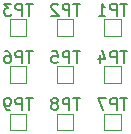
<source format=gbr>
%TF.GenerationSoftware,KiCad,Pcbnew,(6.0.7)*%
%TF.CreationDate,2022-08-07T18:23:06-05:00*%
%TF.ProjectId,ADS1219,41445331-3231-4392-9e6b-696361645f70,4*%
%TF.SameCoordinates,Original*%
%TF.FileFunction,Legend,Bot*%
%TF.FilePolarity,Positive*%
%FSLAX46Y46*%
G04 Gerber Fmt 4.6, Leading zero omitted, Abs format (unit mm)*
G04 Created by KiCad (PCBNEW (6.0.7)) date 2022-08-07 18:23:06*
%MOMM*%
%LPD*%
G01*
G04 APERTURE LIST*
%ADD10C,0.150000*%
%ADD11C,0.120000*%
G04 APERTURE END LIST*
D10*
%TO.C,TP9*%
X167761904Y-88504380D02*
X167190476Y-88504380D01*
X167476190Y-89504380D02*
X167476190Y-88504380D01*
X166857142Y-89504380D02*
X166857142Y-88504380D01*
X166476190Y-88504380D01*
X166380952Y-88552000D01*
X166333333Y-88599619D01*
X166285714Y-88694857D01*
X166285714Y-88837714D01*
X166333333Y-88932952D01*
X166380952Y-88980571D01*
X166476190Y-89028190D01*
X166857142Y-89028190D01*
X165809523Y-89504380D02*
X165619047Y-89504380D01*
X165523809Y-89456761D01*
X165476190Y-89409142D01*
X165380952Y-89266285D01*
X165333333Y-89075809D01*
X165333333Y-88694857D01*
X165380952Y-88599619D01*
X165428571Y-88552000D01*
X165523809Y-88504380D01*
X165714285Y-88504380D01*
X165809523Y-88552000D01*
X165857142Y-88599619D01*
X165904761Y-88694857D01*
X165904761Y-88932952D01*
X165857142Y-89028190D01*
X165809523Y-89075809D01*
X165714285Y-89123428D01*
X165523809Y-89123428D01*
X165428571Y-89075809D01*
X165380952Y-89028190D01*
X165333333Y-88932952D01*
%TO.C,TP8*%
X171761904Y-88504380D02*
X171190476Y-88504380D01*
X171476190Y-89504380D02*
X171476190Y-88504380D01*
X170857142Y-89504380D02*
X170857142Y-88504380D01*
X170476190Y-88504380D01*
X170380952Y-88552000D01*
X170333333Y-88599619D01*
X170285714Y-88694857D01*
X170285714Y-88837714D01*
X170333333Y-88932952D01*
X170380952Y-88980571D01*
X170476190Y-89028190D01*
X170857142Y-89028190D01*
X169714285Y-88932952D02*
X169809523Y-88885333D01*
X169857142Y-88837714D01*
X169904761Y-88742476D01*
X169904761Y-88694857D01*
X169857142Y-88599619D01*
X169809523Y-88552000D01*
X169714285Y-88504380D01*
X169523809Y-88504380D01*
X169428571Y-88552000D01*
X169380952Y-88599619D01*
X169333333Y-88694857D01*
X169333333Y-88742476D01*
X169380952Y-88837714D01*
X169428571Y-88885333D01*
X169523809Y-88932952D01*
X169714285Y-88932952D01*
X169809523Y-88980571D01*
X169857142Y-89028190D01*
X169904761Y-89123428D01*
X169904761Y-89313904D01*
X169857142Y-89409142D01*
X169809523Y-89456761D01*
X169714285Y-89504380D01*
X169523809Y-89504380D01*
X169428571Y-89456761D01*
X169380952Y-89409142D01*
X169333333Y-89313904D01*
X169333333Y-89123428D01*
X169380952Y-89028190D01*
X169428571Y-88980571D01*
X169523809Y-88932952D01*
%TO.C,TP7*%
X175761904Y-88504380D02*
X175190476Y-88504380D01*
X175476190Y-89504380D02*
X175476190Y-88504380D01*
X174857142Y-89504380D02*
X174857142Y-88504380D01*
X174476190Y-88504380D01*
X174380952Y-88552000D01*
X174333333Y-88599619D01*
X174285714Y-88694857D01*
X174285714Y-88837714D01*
X174333333Y-88932952D01*
X174380952Y-88980571D01*
X174476190Y-89028190D01*
X174857142Y-89028190D01*
X173952380Y-88504380D02*
X173285714Y-88504380D01*
X173714285Y-89504380D01*
%TO.C,TP6*%
X167761904Y-84504380D02*
X167190476Y-84504380D01*
X167476190Y-85504380D02*
X167476190Y-84504380D01*
X166857142Y-85504380D02*
X166857142Y-84504380D01*
X166476190Y-84504380D01*
X166380952Y-84552000D01*
X166333333Y-84599619D01*
X166285714Y-84694857D01*
X166285714Y-84837714D01*
X166333333Y-84932952D01*
X166380952Y-84980571D01*
X166476190Y-85028190D01*
X166857142Y-85028190D01*
X165428571Y-84504380D02*
X165619047Y-84504380D01*
X165714285Y-84552000D01*
X165761904Y-84599619D01*
X165857142Y-84742476D01*
X165904761Y-84932952D01*
X165904761Y-85313904D01*
X165857142Y-85409142D01*
X165809523Y-85456761D01*
X165714285Y-85504380D01*
X165523809Y-85504380D01*
X165428571Y-85456761D01*
X165380952Y-85409142D01*
X165333333Y-85313904D01*
X165333333Y-85075809D01*
X165380952Y-84980571D01*
X165428571Y-84932952D01*
X165523809Y-84885333D01*
X165714285Y-84885333D01*
X165809523Y-84932952D01*
X165857142Y-84980571D01*
X165904761Y-85075809D01*
%TO.C,TP5*%
X171761904Y-84504380D02*
X171190476Y-84504380D01*
X171476190Y-85504380D02*
X171476190Y-84504380D01*
X170857142Y-85504380D02*
X170857142Y-84504380D01*
X170476190Y-84504380D01*
X170380952Y-84552000D01*
X170333333Y-84599619D01*
X170285714Y-84694857D01*
X170285714Y-84837714D01*
X170333333Y-84932952D01*
X170380952Y-84980571D01*
X170476190Y-85028190D01*
X170857142Y-85028190D01*
X169380952Y-84504380D02*
X169857142Y-84504380D01*
X169904761Y-84980571D01*
X169857142Y-84932952D01*
X169761904Y-84885333D01*
X169523809Y-84885333D01*
X169428571Y-84932952D01*
X169380952Y-84980571D01*
X169333333Y-85075809D01*
X169333333Y-85313904D01*
X169380952Y-85409142D01*
X169428571Y-85456761D01*
X169523809Y-85504380D01*
X169761904Y-85504380D01*
X169857142Y-85456761D01*
X169904761Y-85409142D01*
%TO.C,TP4*%
X175761904Y-84504380D02*
X175190476Y-84504380D01*
X175476190Y-85504380D02*
X175476190Y-84504380D01*
X174857142Y-85504380D02*
X174857142Y-84504380D01*
X174476190Y-84504380D01*
X174380952Y-84552000D01*
X174333333Y-84599619D01*
X174285714Y-84694857D01*
X174285714Y-84837714D01*
X174333333Y-84932952D01*
X174380952Y-84980571D01*
X174476190Y-85028190D01*
X174857142Y-85028190D01*
X173428571Y-84837714D02*
X173428571Y-85504380D01*
X173666666Y-84456761D02*
X173904761Y-85171047D01*
X173285714Y-85171047D01*
%TO.C,TP3*%
X167761904Y-80504380D02*
X167190476Y-80504380D01*
X167476190Y-81504380D02*
X167476190Y-80504380D01*
X166857142Y-81504380D02*
X166857142Y-80504380D01*
X166476190Y-80504380D01*
X166380952Y-80552000D01*
X166333333Y-80599619D01*
X166285714Y-80694857D01*
X166285714Y-80837714D01*
X166333333Y-80932952D01*
X166380952Y-80980571D01*
X166476190Y-81028190D01*
X166857142Y-81028190D01*
X165952380Y-80504380D02*
X165333333Y-80504380D01*
X165666666Y-80885333D01*
X165523809Y-80885333D01*
X165428571Y-80932952D01*
X165380952Y-80980571D01*
X165333333Y-81075809D01*
X165333333Y-81313904D01*
X165380952Y-81409142D01*
X165428571Y-81456761D01*
X165523809Y-81504380D01*
X165809523Y-81504380D01*
X165904761Y-81456761D01*
X165952380Y-81409142D01*
%TO.C,TP2*%
X171761904Y-80504380D02*
X171190476Y-80504380D01*
X171476190Y-81504380D02*
X171476190Y-80504380D01*
X170857142Y-81504380D02*
X170857142Y-80504380D01*
X170476190Y-80504380D01*
X170380952Y-80552000D01*
X170333333Y-80599619D01*
X170285714Y-80694857D01*
X170285714Y-80837714D01*
X170333333Y-80932952D01*
X170380952Y-80980571D01*
X170476190Y-81028190D01*
X170857142Y-81028190D01*
X169904761Y-80599619D02*
X169857142Y-80552000D01*
X169761904Y-80504380D01*
X169523809Y-80504380D01*
X169428571Y-80552000D01*
X169380952Y-80599619D01*
X169333333Y-80694857D01*
X169333333Y-80790095D01*
X169380952Y-80932952D01*
X169952380Y-81504380D01*
X169333333Y-81504380D01*
%TO.C,TP1*%
X175761904Y-80504380D02*
X175190476Y-80504380D01*
X175476190Y-81504380D02*
X175476190Y-80504380D01*
X174857142Y-81504380D02*
X174857142Y-80504380D01*
X174476190Y-80504380D01*
X174380952Y-80552000D01*
X174333333Y-80599619D01*
X174285714Y-80694857D01*
X174285714Y-80837714D01*
X174333333Y-80932952D01*
X174380952Y-80980571D01*
X174476190Y-81028190D01*
X174857142Y-81028190D01*
X173333333Y-81504380D02*
X173904761Y-81504380D01*
X173619047Y-81504380D02*
X173619047Y-80504380D01*
X173714285Y-80647238D01*
X173809523Y-80742476D01*
X173904761Y-80790095D01*
D11*
%TO.C,TP9*%
X165800000Y-91200000D02*
X167200000Y-91200000D01*
X167200000Y-89800000D02*
X165800000Y-89800000D01*
X165800000Y-89800000D02*
X165800000Y-91200000D01*
X167200000Y-91200000D02*
X167200000Y-89800000D01*
%TO.C,TP8*%
X169800000Y-91200000D02*
X171200000Y-91200000D01*
X171200000Y-89800000D02*
X169800000Y-89800000D01*
X169800000Y-89800000D02*
X169800000Y-91200000D01*
X171200000Y-91200000D02*
X171200000Y-89800000D01*
%TO.C,TP7*%
X173800000Y-91200000D02*
X175200000Y-91200000D01*
X175200000Y-89800000D02*
X173800000Y-89800000D01*
X173800000Y-89800000D02*
X173800000Y-91200000D01*
X175200000Y-91200000D02*
X175200000Y-89800000D01*
%TO.C,TP6*%
X165800000Y-87200000D02*
X167200000Y-87200000D01*
X167200000Y-85800000D02*
X165800000Y-85800000D01*
X165800000Y-85800000D02*
X165800000Y-87200000D01*
X167200000Y-87200000D02*
X167200000Y-85800000D01*
%TO.C,TP5*%
X169800000Y-87200000D02*
X171200000Y-87200000D01*
X171200000Y-85800000D02*
X169800000Y-85800000D01*
X169800000Y-85800000D02*
X169800000Y-87200000D01*
X171200000Y-87200000D02*
X171200000Y-85800000D01*
%TO.C,TP4*%
X173800000Y-87200000D02*
X175200000Y-87200000D01*
X175200000Y-85800000D02*
X173800000Y-85800000D01*
X173800000Y-85800000D02*
X173800000Y-87200000D01*
X175200000Y-87200000D02*
X175200000Y-85800000D01*
%TO.C,TP3*%
X165800000Y-83200000D02*
X167200000Y-83200000D01*
X167200000Y-81800000D02*
X165800000Y-81800000D01*
X165800000Y-81800000D02*
X165800000Y-83200000D01*
X167200000Y-83200000D02*
X167200000Y-81800000D01*
%TO.C,TP2*%
X169800000Y-83200000D02*
X171200000Y-83200000D01*
X171200000Y-81800000D02*
X169800000Y-81800000D01*
X169800000Y-81800000D02*
X169800000Y-83200000D01*
X171200000Y-83200000D02*
X171200000Y-81800000D01*
%TO.C,TP1*%
X173800000Y-83200000D02*
X175200000Y-83200000D01*
X175200000Y-81800000D02*
X173800000Y-81800000D01*
X173800000Y-81800000D02*
X173800000Y-83200000D01*
X175200000Y-83200000D02*
X175200000Y-81800000D01*
%TD*%
M02*

</source>
